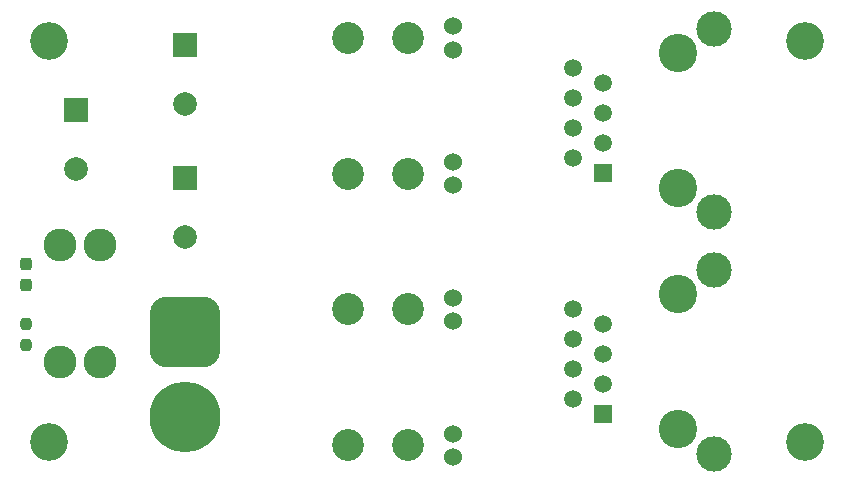
<source format=gts>
G04 #@! TF.GenerationSoftware,KiCad,Pcbnew,8.0.7-8.0.7-0~ubuntu22.04.1*
G04 #@! TF.CreationDate,2025-02-10T08:50:06+09:00*
G04 #@! TF.ProjectId,CANExpander_1,43414e45-7870-4616-9e64-65725f312e6b,rev?*
G04 #@! TF.SameCoordinates,Original*
G04 #@! TF.FileFunction,Soldermask,Top*
G04 #@! TF.FilePolarity,Negative*
%FSLAX46Y46*%
G04 Gerber Fmt 4.6, Leading zero omitted, Abs format (unit mm)*
G04 Created by KiCad (PCBNEW 8.0.7-8.0.7-0~ubuntu22.04.1) date 2025-02-10 08:50:06*
%MOMM*%
%LPD*%
G01*
G04 APERTURE LIST*
G04 Aperture macros list*
%AMRoundRect*
0 Rectangle with rounded corners*
0 $1 Rounding radius*
0 $2 $3 $4 $5 $6 $7 $8 $9 X,Y pos of 4 corners*
0 Add a 4 corners polygon primitive as box body*
4,1,4,$2,$3,$4,$5,$6,$7,$8,$9,$2,$3,0*
0 Add four circle primitives for the rounded corners*
1,1,$1+$1,$2,$3*
1,1,$1+$1,$4,$5*
1,1,$1+$1,$6,$7*
1,1,$1+$1,$8,$9*
0 Add four rect primitives between the rounded corners*
20,1,$1+$1,$2,$3,$4,$5,0*
20,1,$1+$1,$4,$5,$6,$7,0*
20,1,$1+$1,$6,$7,$8,$9,0*
20,1,$1+$1,$8,$9,$2,$3,0*%
G04 Aperture macros list end*
%ADD10R,2.000000X2.000000*%
%ADD11C,2.000000*%
%ADD12C,1.524003*%
%ADD13C,2.700000*%
%ADD14RoundRect,1.500000X-1.500000X1.500000X-1.500000X-1.500000X1.500000X-1.500000X1.500000X1.500000X0*%
%ADD15C,6.000000*%
%ADD16C,3.200000*%
%ADD17RoundRect,0.237500X0.237500X-0.250000X0.237500X0.250000X-0.237500X0.250000X-0.237500X-0.250000X0*%
%ADD18C,3.250000*%
%ADD19R,1.500000X1.500000*%
%ADD20C,1.500000*%
%ADD21C,3.000000*%
%ADD22C,2.780000*%
%ADD23RoundRect,0.237500X-0.237500X0.287500X-0.237500X-0.287500X0.237500X-0.287500X0.237500X0.287500X0*%
G04 APERTURE END LIST*
D10*
X144500000Y-58382323D03*
D11*
X144500000Y-63382323D03*
D12*
X167174994Y-79750000D03*
X167174994Y-81750000D03*
D13*
X163325108Y-80750000D03*
X158325108Y-80750000D03*
D12*
X167174994Y-68250000D03*
X167174994Y-70250000D03*
D13*
X163325108Y-69250000D03*
X158325108Y-69250000D03*
D14*
X144500000Y-82650000D03*
D15*
X144500000Y-89850000D03*
D16*
X197000000Y-58000000D03*
D17*
X131000000Y-83762500D03*
X131000000Y-81937500D03*
D16*
X133000000Y-58000000D03*
D18*
X186195000Y-70465000D03*
X186195000Y-59035000D03*
D19*
X179845000Y-69195000D03*
D20*
X177305000Y-67925000D03*
X179845000Y-66655000D03*
X177305000Y-65385000D03*
X179845000Y-64115000D03*
X177305000Y-62845000D03*
X179845000Y-61575000D03*
X177305000Y-60305000D03*
D21*
X189245000Y-72520000D03*
X189245000Y-56980000D03*
D16*
X133000000Y-92000000D03*
D10*
X144500000Y-69632323D03*
D11*
X144500000Y-74632323D03*
D22*
X133900000Y-85210000D03*
X137300000Y-85210000D03*
X133900000Y-75290000D03*
X137300000Y-75290000D03*
D18*
X186195000Y-90910000D03*
X186195000Y-79480000D03*
D19*
X179845000Y-89640000D03*
D20*
X177305000Y-88370000D03*
X179845000Y-87100000D03*
X177305000Y-85830000D03*
X179845000Y-84560000D03*
X177305000Y-83290000D03*
X179845000Y-82020000D03*
X177305000Y-80750000D03*
D21*
X189245000Y-92965000D03*
X189245000Y-77425000D03*
D16*
X197000000Y-91945000D03*
D10*
X135250000Y-63882323D03*
D11*
X135250000Y-68882323D03*
D23*
X131000000Y-76900000D03*
X131000000Y-78650000D03*
D12*
X167174994Y-91250000D03*
X167174994Y-93250000D03*
D13*
X163325108Y-92250000D03*
X158325108Y-92250000D03*
D12*
X167174994Y-56750000D03*
X167174994Y-58750000D03*
D13*
X163325108Y-57750000D03*
X158325108Y-57750000D03*
M02*

</source>
